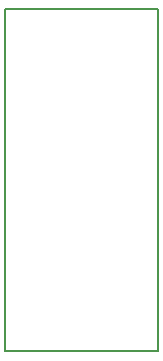
<source format=gbr>
G04 #@! TF.GenerationSoftware,KiCad,Pcbnew,5.0.0-rc2-dev-unknown+dfsg1+20180318-3*
G04 #@! TF.CreationDate,2018-05-24T18:55:41-07:00*
G04 #@! TF.ProjectId,programmer,70726F6772616D6D65722E6B69636164,rev?*
G04 #@! TF.SameCoordinates,Original*
G04 #@! TF.FileFunction,Profile,NP*
%FSLAX46Y46*%
G04 Gerber Fmt 4.6, Leading zero omitted, Abs format (unit mm)*
G04 Created by KiCad (PCBNEW 5.0.0-rc2-dev-unknown+dfsg1+20180318-3) date Thu May 24 18:55:41 2018*
%MOMM*%
%LPD*%
G01*
G04 APERTURE LIST*
%ADD10C,0.150000*%
G04 APERTURE END LIST*
D10*
X132000000Y-45000000D02*
X132000000Y-74000000D01*
X145000000Y-45000000D02*
X132000000Y-45000000D01*
X145000000Y-74000000D02*
X145000000Y-45000000D01*
X132000000Y-74000000D02*
X145000000Y-74000000D01*
M02*

</source>
